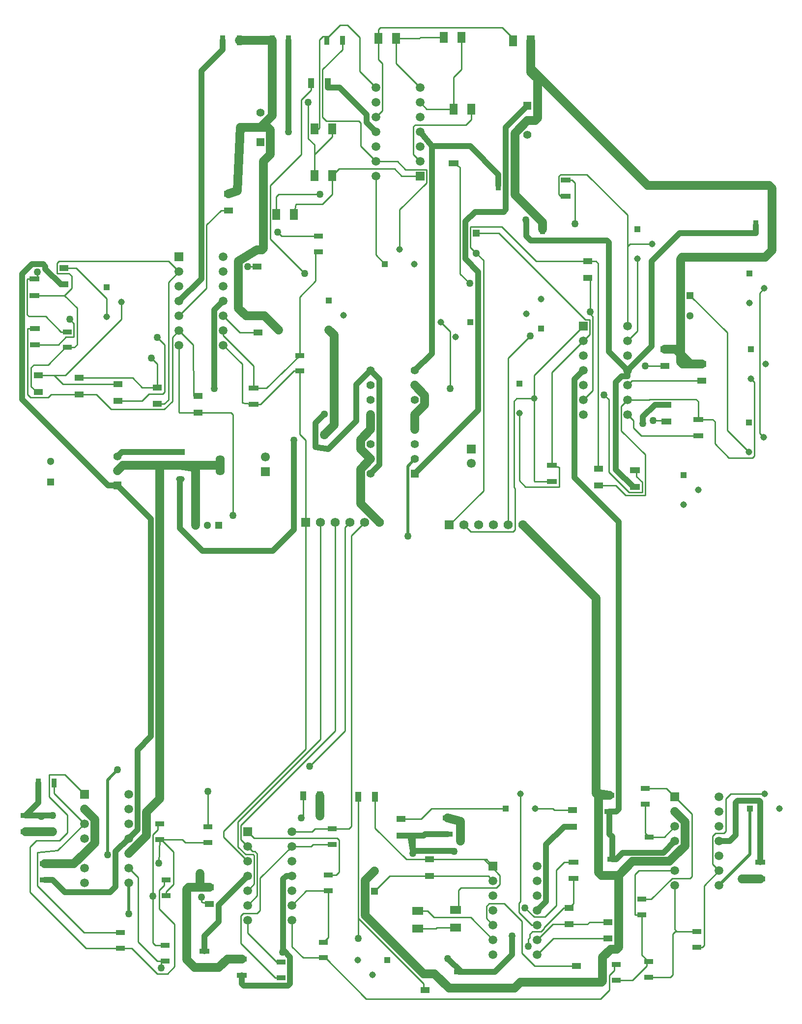
<source format=gtl>
G04*
G04 #@! TF.GenerationSoftware,Altium Limited,Altium Designer,24.1.2 (44)*
G04*
G04 Layer_Physical_Order=1*
G04 Layer_Color=255*
%FSLAX44Y44*%
%MOMM*%
G71*
G04*
G04 #@! TF.SameCoordinates,85EAEC8C-3496-431A-917F-130F63ABBC40*
G04*
G04*
G04 #@! TF.FilePolarity,Positive*
G04*
G01*
G75*
%ADD14C,0.2540*%
%ADD16R,1.6500X1.1000*%
%ADD17R,1.1000X1.6500*%
%ADD18R,1.6000X0.9000*%
%ADD19R,1.7000X0.9500*%
%ADD20R,1.5042X0.9985*%
G04:AMPARAMS|DCode=21|XSize=1.5042mm|YSize=0.9985mm|CornerRadius=0.4993mm|HoleSize=0mm|Usage=FLASHONLY|Rotation=0.000|XOffset=0mm|YOffset=0mm|HoleType=Round|Shape=RoundedRectangle|*
%AMROUNDEDRECTD21*
21,1,1.5042,0.0000,0,0,0.0*
21,1,0.5057,0.9985,0,0,0.0*
1,1,0.9985,0.2528,0.0000*
1,1,0.9985,-0.2528,0.0000*
1,1,0.9985,-0.2528,0.0000*
1,1,0.9985,0.2528,0.0000*
%
%ADD21ROUNDEDRECTD21*%
G04:AMPARAMS|DCode=22|XSize=1.5042mm|YSize=3.3082mm|CornerRadius=0.4964mm|HoleSize=0mm|Usage=FLASHONLY|Rotation=0.000|XOffset=0mm|YOffset=0mm|HoleType=Round|Shape=RoundedRectangle|*
%AMROUNDEDRECTD22*
21,1,1.5042,2.3155,0,0,0.0*
21,1,0.5114,3.3082,0,0,0.0*
1,1,0.9927,0.2557,-1.1577*
1,1,0.9927,-0.2557,-1.1577*
1,1,0.9927,-0.2557,1.1577*
1,1,0.9927,0.2557,1.1577*
%
%ADD22ROUNDEDRECTD22*%
%ADD23R,1.5500X0.9000*%
%ADD24R,0.9000X1.6000*%
%ADD25R,0.9500X1.7000*%
%ADD26R,1.3561X1.8582*%
%ADD27R,1.1000X1.7000*%
%ADD28R,1.7000X1.1000*%
%ADD29R,1.8582X1.3561*%
%ADD39C,1.5700*%
%ADD40R,1.5700X1.5700*%
%ADD41C,1.3000*%
%ADD42R,1.3000X1.3000*%
%ADD43R,1.3000X1.3000*%
%ADD46R,1.4000X1.4000*%
%ADD47C,1.4000*%
%ADD51R,1.5500X1.5500*%
%ADD52C,1.5500*%
%ADD55C,0.5000*%
%ADD56C,1.5000*%
%ADD57C,1.0000*%
%ADD58C,1.1400*%
%ADD59R,1.1400X1.1400*%
%ADD60R,1.5000X1.5000*%
%ADD61C,1.5000*%
%ADD62R,1.1400X1.1400*%
%ADD63R,1.4000X1.4000*%
%ADD64C,1.2700*%
D14*
X866281Y884585D02*
X904532Y922835D01*
X866281Y597503D02*
Y884585D01*
X901238Y-128035D02*
Y-114739D01*
X903105Y-112873D01*
X1115962Y777576D02*
X1137033D01*
X1138972Y775636D01*
X101989Y992860D02*
X101997D01*
X49926D02*
X101989D01*
X54999Y1020860D02*
Y1032745D01*
X1021469Y694251D02*
Y1047286D01*
X1007245Y964165D02*
Y1022977D01*
Y961177D02*
Y964165D01*
X1193427Y779336D02*
Y810495D01*
X824388Y21929D02*
X851797Y-5480D01*
X780931Y-65309D02*
Y-30880D01*
X824388Y21929D02*
X828808D01*
X720225Y-203422D02*
Y-192297D01*
X553508Y1434989D02*
Y1438535D01*
X547017D02*
X553508D01*
X532685Y1279379D02*
X539504D01*
X532286Y1235183D02*
Y1252201D01*
X534297Y1017505D02*
Y1067531D01*
X506865Y889565D02*
Y990073D01*
X427617Y833076D02*
Y871201D01*
X1048647Y-168901D02*
Y-158853D01*
X348877Y78094D02*
Y139427D01*
X273693Y-22371D02*
Y-13314D01*
X1104527Y-161469D02*
Y-153952D01*
X268528Y56066D02*
X304681D01*
X266026D02*
X268528D01*
X262517Y72879D02*
Y83065D01*
X254135Y-40913D02*
Y64497D01*
Y-121579D02*
Y-40913D01*
X1156978Y-102509D02*
X1191577D01*
X1153803D02*
X1156978D01*
X268105Y-164611D02*
Y-152896D01*
X275408D01*
X261755D02*
X268105D01*
X941713Y700247D02*
Y860589D01*
X1087509Y681171D02*
Y691965D01*
X1071883Y1077195D02*
Y1130921D01*
X517337Y211529D02*
Y601959D01*
X375928Y70119D02*
X517337Y211529D01*
X375928Y60399D02*
Y70119D01*
Y60399D02*
X417271Y19057D01*
X375255Y906824D02*
X407678Y874401D01*
Y808251D02*
Y874401D01*
Y808251D02*
X427863Y805076D01*
X439428D01*
X496917Y862565D01*
X507099D01*
X84144Y855010D02*
X103323D01*
X200135Y951821D01*
Y981551D01*
X56675Y855010D02*
X84144D01*
X99421Y839734D01*
X194183D01*
X323877Y819869D02*
X332202D01*
X323599Y907680D02*
X323877Y819869D01*
X299055Y932224D02*
X323599Y907680D01*
X194183Y811233D02*
X235085D01*
X247047Y823195D01*
X270772D01*
X273947Y826370D01*
Y908131D01*
X261755Y920323D02*
X273947Y908131D01*
X417711Y1042143D02*
X417886Y1042318D01*
X433157D01*
X469019Y1101579D02*
X476068Y1094531D01*
X539540D01*
X49926Y1020860D02*
X54999D01*
X37727D02*
X49926D01*
X37473Y1020606D02*
X37727Y1020860D01*
X37473Y959720D02*
Y1020606D01*
Y959720D02*
X40648Y956545D01*
X69350D01*
X96052Y929843D01*
X106448D01*
X914599Y1051477D02*
X1002932D01*
X855353Y1110723D02*
X914599Y1051477D01*
X801401Y1110723D02*
X855353D01*
X801147Y1110469D02*
X801401Y1110723D01*
X801147Y1075506D02*
Y1110469D01*
Y1075506D02*
X811457Y1065196D01*
X638298Y1062343D02*
Y1198132D01*
Y1062343D02*
X653944Y1046697D01*
X1079678Y846153D02*
X1199595D01*
X1071883Y838359D02*
X1079678Y846153D01*
X662326Y-6571D02*
X730918D01*
X635989Y-32908D02*
X662326Y-6571D01*
X730918D02*
X831908D01*
X840245Y-14908D01*
X775458Y-65309D02*
X780931D01*
Y-30880D02*
X784868Y-26943D01*
X846209D01*
X851797Y-21355D01*
Y-5480D01*
X730918Y21929D02*
X824388D01*
X828808D02*
X840245Y10492D01*
X607771Y-79842D02*
Y129776D01*
Y-113997D02*
Y-79842D01*
X607703Y-114065D02*
X607771Y-113997D01*
X720225Y-203422D02*
X722871D01*
X607771Y-79842D02*
X720225Y-192297D01*
X903105Y-112873D02*
Y-107080D01*
X907550Y-102635D01*
X922663D01*
X927743Y-97555D01*
Y-95523D01*
X961911Y-61355D01*
X971271D01*
X978945Y-53681D02*
Y-11118D01*
X971271Y-61355D02*
X978945Y-53681D01*
X734192Y109471D02*
X861870D01*
X716161Y91440D02*
X734192Y109471D01*
X681716Y91440D02*
X716161D01*
X337828Y-51535D02*
Y-42691D01*
Y-51535D02*
X351316Y-54710D01*
X470579Y1166857D02*
X542171D01*
X466642Y1162920D02*
X470579Y1166857D01*
X466642Y1132123D02*
Y1162920D01*
X682600Y1198132D02*
X714498D01*
X670187Y1210545D02*
X682600Y1198132D01*
X574679Y1210545D02*
X670187D01*
X562808Y1198674D02*
X574679Y1210545D01*
X562808Y1167082D02*
Y1198674D01*
X545947Y1150220D02*
X562808Y1167082D01*
X500338Y1150220D02*
X545947D01*
X497163Y1132123D02*
X500338Y1150220D01*
X725902Y1313728D02*
X772074D01*
X714498Y1325132D02*
X725902Y1313728D01*
X375255Y923563D02*
Y932224D01*
Y923563D02*
X427617Y871201D01*
Y833076D02*
X427863D01*
X506865Y889565D02*
X507099D01*
X449715Y833076D02*
X506865Y889565D01*
X427863Y833076D02*
X449715D01*
X611767Y1250063D02*
X638298Y1223532D01*
X611767Y1250063D02*
Y1289920D01*
X608592Y1293095D02*
X611767Y1289920D01*
X553220Y1293095D02*
X608592D01*
X546357Y1299958D02*
X553220Y1293095D01*
X546357Y1299958D02*
Y1381610D01*
X580508Y1415760D01*
Y1432185D01*
X555966Y-112097D02*
Y-32119D01*
X547522Y-120541D02*
X555966Y-112097D01*
X518495Y-32119D02*
X555966D01*
X493471Y-57143D02*
X518495Y-32119D01*
X1048647Y-158853D02*
X1052048D01*
X1040237Y-177311D02*
X1048647Y-168901D01*
X1040237Y-203120D02*
Y-177311D01*
X1025152Y-218205D02*
X1040237Y-203120D01*
X621725Y-218205D02*
X1025152D01*
X551061Y-147541D02*
X621725Y-218205D01*
X547522Y-147541D02*
X551061D01*
X1102465Y67200D02*
Y117310D01*
Y67200D02*
X1109071Y60594D01*
X1135488D01*
X1153477Y78583D01*
X1102465Y144309D02*
X1138551D01*
X1153477Y129383D01*
X135062Y-103721D02*
X197793D01*
X54999Y-23658D02*
X135062Y-103721D01*
X54999Y-23658D02*
Y33636D01*
X89598Y37065D01*
X136031Y83498D01*
X102453Y167875D02*
X136031Y134298D01*
X75319Y167875D02*
X102453D01*
X75065Y130029D02*
X75319Y167875D01*
X75065Y130029D02*
X106561Y98533D01*
Y67545D02*
Y98533D01*
X93099Y54083D02*
X106561Y67545D01*
X52967Y54083D02*
X93099D01*
X42045Y43161D02*
X52967Y54083D01*
X42045Y-34310D02*
Y43161D01*
Y-34310D02*
X138456Y-130721D01*
X197793D01*
X273693Y-13314D02*
X277113D01*
X265057Y-31007D02*
X273693Y-22371D01*
X265057Y-63519D02*
Y-31007D01*
Y-63519D02*
X291473Y-89935D01*
Y-162706D02*
Y-89935D01*
X279408Y-174771D02*
X291473Y-162706D01*
X261628Y-174771D02*
X279408D01*
X217578Y-130721D02*
X261628Y-174771D01*
X197793Y-130721D02*
X217578D01*
X1096693Y-142520D02*
Y-73274D01*
Y-142520D02*
X1108125Y-153952D01*
X264295Y15475D02*
X266026Y56066D01*
X258453Y-125897D02*
X275408D01*
X254135Y-121579D02*
X258453Y-125897D01*
X1218319Y13742D02*
X1229677Y2383D01*
X1218319Y13742D02*
Y61703D01*
X1223653Y67037D01*
X1237496D01*
X1241179Y70720D01*
Y125965D01*
X1249812Y134599D01*
X1308432D01*
X1299345Y755423D02*
X1306149Y748619D01*
X1299345Y755423D02*
Y997086D01*
X1307419Y1005159D01*
X1089039Y931715D02*
Y1056194D01*
X1071883Y914559D02*
X1089039Y931715D01*
X811457Y1100196D02*
X850386D01*
X999314Y951269D01*
X1006737D01*
X1006993Y951013D01*
Y925869D02*
Y951013D01*
X995683Y914559D02*
X1006993Y925869D01*
X885469Y673699D02*
Y790061D01*
Y673699D02*
X895993Y663175D01*
X953905D01*
X954159Y696691D01*
X941622Y700247D02*
X954159Y696691D01*
X941622Y700247D02*
X941713D01*
Y860589D02*
X995683Y914559D01*
X910869Y815461D02*
Y855145D01*
X995683Y939959D01*
X1243465Y760503D02*
X1280749Y723219D01*
X1243465Y760503D02*
Y928775D01*
X1179678Y992561D02*
X1243465Y928775D01*
X456051Y1089656D02*
X515293Y1030413D01*
X456051Y1089656D02*
Y1182337D01*
X509405Y1235691D01*
Y1329172D01*
X526668Y1346435D01*
Y1357876D01*
X783526Y1029896D02*
X799981Y1013441D01*
X783526Y1029896D02*
Y1213141D01*
X772074Y1220436D02*
X783526Y1213141D01*
X887270Y-50398D02*
Y134871D01*
X884838Y-52829D02*
X887270Y-50398D01*
X884838Y-68980D02*
Y-52829D01*
Y-68980D02*
X906967Y-91108D01*
X916445D01*
X126695Y850701D02*
X219263D01*
X235572Y834393D01*
X261648D01*
Y874737D01*
X251595Y884790D02*
X261648Y874737D01*
X405961Y55767D02*
X417271Y44457D01*
X405961Y55767D02*
Y81007D01*
X568137Y243184D01*
Y601959D01*
X585097Y593519D02*
X593537Y601959D01*
X585097Y242805D02*
Y593519D01*
X524137Y181845D02*
X585097Y242805D01*
X811457Y1065196D02*
X823603Y1053050D01*
Y656425D02*
Y1053050D01*
X764681Y597503D02*
X823603Y656425D01*
X281084Y1051795D02*
X299055Y1033824D01*
X91856Y1051795D02*
X281084D01*
X88681Y1048620D02*
X91856Y1051795D01*
X88681Y1031221D02*
Y1048620D01*
Y1031221D02*
X88935Y1030967D01*
X109355D01*
X113927Y1026395D01*
Y1004798D02*
Y1026395D01*
X101989Y992860D02*
X113927Y1004798D01*
X542737Y228743D02*
Y601959D01*
X400881Y86886D02*
X542737Y228743D01*
X400881Y43228D02*
Y86886D01*
Y43228D02*
X413741Y30367D01*
X426601D01*
X428581Y28387D01*
Y-20433D02*
Y28387D01*
X417271Y-31743D02*
X428581Y-20433D01*
X880753Y815461D02*
X910869D01*
X875927Y810635D02*
X880753Y815461D01*
X875927Y662413D02*
Y810635D01*
Y662413D02*
X877959Y660381D01*
Y589261D02*
Y660381D01*
X874403Y585705D02*
X877959Y589261D01*
X801879Y585705D02*
X874403D01*
X790081Y597503D02*
X801879Y585705D01*
X50770Y907996D02*
X91031D01*
X104529Y921493D01*
X117754D01*
X118008Y921747D01*
Y944590D01*
X111133Y951465D02*
X118008Y944590D01*
X1002932Y1022977D02*
X1007245D01*
Y961177D02*
X1012073Y956349D01*
Y829349D02*
Y956349D01*
X995683Y812959D02*
X1012073Y829349D01*
X1060573Y801648D02*
X1071883Y812959D01*
X1060573Y759961D02*
Y801648D01*
Y759961D02*
X1101948Y718586D01*
Y648951D02*
Y718586D01*
X1101571Y648574D02*
X1101948Y648951D01*
X1068364Y648574D02*
X1101571D01*
X1051187Y665751D02*
X1068364Y648574D01*
X1021666Y665751D02*
X1051187D01*
X1084557Y691965D02*
X1087509D01*
Y681171D02*
X1096868Y671811D01*
Y654031D02*
Y671811D01*
X1096491Y653654D02*
X1096868Y654031D01*
X1074170Y653654D02*
X1096491D01*
X1039503Y688321D02*
X1074170Y653654D01*
X1039503Y688321D02*
Y813797D01*
X1031629Y821671D02*
X1039503Y813797D01*
X766199Y832085D02*
Y930784D01*
X750508Y946475D02*
X766199Y930784D01*
X1193427Y779336D02*
X1194084D01*
X1189871Y814051D02*
X1193427Y810495D01*
X1110134Y814051D02*
X1189871D01*
X1109042Y812959D02*
X1110134Y814051D01*
X1071883Y812959D02*
X1109042D01*
X1095389Y751336D02*
X1194084D01*
X1082302Y764423D02*
X1095389Y751336D01*
X1082302Y764423D02*
Y777140D01*
X1071883Y787559D02*
X1082302Y777140D01*
X83607Y135922D02*
Y153755D01*
Y135922D02*
X136031Y83498D01*
X1091435Y2383D02*
X1153477D01*
X1084715Y-4337D02*
X1091435Y2383D01*
X1084715Y-73020D02*
Y-4337D01*
Y-73020D02*
X1084969Y-73274D01*
X1096693D01*
Y-46274D02*
X1112909D01*
X1148750Y-10433D01*
X1179203D01*
X1182505Y-7131D01*
Y100356D01*
X1153477Y129383D02*
X1182505Y100356D01*
X911731Y-161204D02*
X983517D01*
X889895Y-139368D02*
X911731Y-161204D01*
X889895Y-139368D02*
Y-84599D01*
X859671Y-54375D02*
X889895Y-84599D01*
X833128Y-54375D02*
X859671D01*
X828683Y-58820D02*
X833128Y-54375D01*
X828683Y-79546D02*
Y-58820D01*
Y-79546D02*
X840245Y-91108D01*
X962425Y16883D02*
X978945D01*
X949079Y3537D02*
X962425Y16883D01*
X949079Y-57677D02*
Y3537D01*
X929521Y-77235D02*
X949079Y-57677D01*
X910930Y-77235D02*
X929521D01*
X895231Y-61536D02*
X910930Y-77235D01*
X642425Y1435157D02*
Y1450246D01*
X645803Y1453623D01*
X855781D01*
X874323Y1435081D01*
Y1430698D02*
Y1435081D01*
X562825Y74903D02*
X591828D01*
X596019Y79094D01*
Y579041D01*
X618937Y601959D01*
X261648Y805892D02*
X273693D01*
X280805Y813004D01*
Y1015573D01*
X299055Y1033824D01*
X348758Y78094D02*
X348877D01*
X417271Y-57143D02*
X433661Y-40753D01*
Y31689D01*
X429903Y35447D02*
X433661Y31689D01*
X426281Y35447D02*
X429903D01*
X417271Y44457D02*
X426281Y35447D01*
X438741Y-10273D02*
X493471Y44457D01*
X438741Y-65603D02*
Y-10273D01*
X433205Y-71139D02*
X438741Y-65603D01*
X409964Y-71139D02*
X433205D01*
X405773Y-75330D02*
X409964Y-71139D01*
X405773Y-122574D02*
Y-75330D01*
Y-122574D02*
X465094Y-181895D01*
X474987D01*
X1001784Y1201020D02*
X1071883Y1130921D01*
X956318Y1201020D02*
X1001784D01*
X953143Y1197845D02*
X956318Y1201020D01*
X953143Y1167049D02*
Y1197845D01*
Y1167049D02*
X956953Y1163239D01*
X965543D01*
X943098Y-89855D02*
X971271D01*
X916445Y-116508D02*
X943098Y-89855D01*
X1002932Y1051477D02*
X1017278D01*
X1021469Y1047286D01*
Y694251D02*
X1021666D01*
X38489Y935996D02*
X50770D01*
X38235Y935742D02*
X38489Y935996D01*
X38235Y822533D02*
Y935742D01*
Y822533D02*
X43569Y817199D01*
X73795D01*
X78797Y822201D01*
X126695D01*
X332202Y791369D02*
X388628D01*
X392311Y787686D01*
Y613645D02*
Y787686D01*
X1102749Y871470D02*
X1136255D01*
X981083Y1116311D02*
Y1186159D01*
X976003Y1191239D02*
X981083Y1186159D01*
X965543Y1191239D02*
X976003D01*
X262517Y83065D02*
X266026D01*
X254135Y64497D02*
X262517Y72879D01*
X212231Y7298D02*
X228735Y-9206D01*
Y-119876D02*
Y-9206D01*
Y-119876D02*
X261755Y-152896D01*
X277113Y-40313D02*
Y-33428D01*
X289949Y-20593D01*
Y34645D01*
X268528Y56066D02*
X289949Y34645D01*
X417271Y69857D02*
X428726Y58401D01*
X571127D01*
X574683Y54845D01*
Y-39D02*
Y54845D01*
X569603Y-5120D02*
X574683Y-39D01*
X555966Y-5120D02*
X569603D01*
X710296Y-66452D02*
X727083D01*
X738374Y-77743D01*
X801480D01*
X840245Y-116508D01*
X534297Y1067531D02*
X539540D01*
X506865Y990073D02*
X534297Y1017505D01*
X702953Y1235077D02*
X714498Y1223532D01*
X702953Y1235077D02*
Y1283316D01*
X706128Y1286491D01*
X793451D01*
X802595Y1295635D01*
Y1313728D01*
X943865Y-114488D02*
X1038283D01*
X916445Y-141908D02*
X943865Y-114488D01*
X371483Y1139332D02*
X383955D01*
X346405Y1114254D02*
X371483Y1139332D01*
X346405Y1004974D02*
Y1114254D01*
X299055Y957624D02*
X346405Y1004974D01*
X126695Y822201D02*
X156324D01*
X181999Y796525D01*
X273693D01*
X287663Y810495D01*
Y920831D01*
X299055Y932224D01*
X53971Y826509D02*
X56675D01*
X44331Y836149D02*
X53971Y826509D01*
X44331Y836149D02*
Y868915D01*
X48903Y873487D01*
X73403D01*
X103259Y903344D01*
X106448D01*
X513290Y96576D02*
Y131226D01*
X509913Y93199D02*
X513290Y96576D01*
X299347Y791369D02*
X332202D01*
X299055Y791660D02*
X299347Y791369D01*
X299055Y791660D02*
Y906824D01*
X417271Y-104925D02*
Y-82543D01*
Y-104925D02*
X467241Y-154895D01*
X474987D01*
X532685Y1279379D02*
Y1279580D01*
X539504Y1279379D02*
X541277Y1281153D01*
Y1432795D01*
X547017Y1438535D01*
X521851Y1262637D02*
Y1325353D01*
Y1262637D02*
X532286Y1252201D01*
X106448Y903344D02*
X118753D01*
X123325Y907915D01*
Y971531D01*
X101997Y992860D02*
X123325Y971531D01*
X512834Y-147541D02*
X547522D01*
X493471Y-128177D02*
X512834Y-147541D01*
X493471Y-128177D02*
Y-82543D01*
X507099Y754027D02*
Y862565D01*
Y754027D02*
X517337Y743789D01*
Y601959D02*
Y743789D01*
X553508Y1432185D02*
Y1434989D01*
X576715Y1458195D01*
X588907D01*
X610497Y1436605D01*
Y1378333D02*
Y1436605D01*
Y1378333D02*
X638298Y1350532D01*
X1104527Y-153952D02*
X1108125D01*
X1080143Y-185853D02*
X1104527Y-161469D01*
X1052048Y-185853D02*
X1080143D01*
X1108125Y-180952D02*
X1145717D01*
X1149739Y-176930D01*
Y-106573D01*
X1153803Y-102509D01*
X100742Y1040288D02*
X122133D01*
X174735Y987686D01*
Y956151D02*
Y987686D01*
X636771Y75919D02*
Y129776D01*
Y75919D02*
X690761Y21929D01*
X730918D01*
X1284559Y848949D02*
X1290455Y843053D01*
Y716769D02*
Y843053D01*
X1287153Y713467D02*
X1290455Y716769D01*
X1246259Y713467D02*
X1287153D01*
X1222383Y737343D02*
X1246259Y713467D01*
X1222383Y737343D02*
Y775570D01*
X1218617Y779336D02*
X1222383Y775570D01*
X1194084Y779336D02*
X1218617D01*
X672947Y1392083D02*
Y1435157D01*
Y1392083D02*
X714498Y1350532D01*
X1153477Y-99008D02*
Y-23017D01*
Y-99008D02*
X1156978Y-102509D01*
X404012Y928867D02*
X435452D01*
X375255Y957624D02*
X404012Y928867D01*
X563206Y1266103D02*
Y1279580D01*
X532286Y1235183D02*
X563206Y1266103D01*
X532286Y1198674D02*
Y1235183D01*
X1076281Y1081594D02*
X1114439D01*
X1071883Y1077195D02*
X1076281Y1081594D01*
X1071883Y939959D02*
Y1077195D01*
X1203587Y-23707D02*
X1229677Y2383D01*
X1203587Y-126130D02*
Y-23707D01*
X1200208Y-129508D02*
X1203587Y-126130D01*
X1191577Y-129508D02*
X1200208D01*
X638298Y1223532D02*
X675489D01*
X689491Y1209529D01*
X725554D01*
X725808Y1209275D01*
Y1186669D02*
Y1209275D01*
X679344Y1140205D02*
X725808Y1186669D01*
X679344Y1072097D02*
Y1140205D01*
X910869Y673372D02*
Y815461D01*
Y673372D02*
X911995Y672247D01*
X941622D01*
X533073Y74903D02*
X562825D01*
X528026Y69857D02*
X533073Y74903D01*
X493471Y69857D02*
X528026D01*
X642425Y1399089D02*
Y1435157D01*
Y1399089D02*
X649613Y1391901D01*
Y1311046D02*
Y1391901D01*
X638298Y1299732D02*
X649613Y1311046D01*
X1006541Y-85988D02*
X1038283D01*
X1002673Y-89855D02*
X1006541Y-85988D01*
X971271Y-89855D02*
X1002673D01*
X945795Y106913D02*
X976658D01*
X943237Y109471D02*
X945795Y106913D01*
X912670Y109471D02*
X943237D01*
X785923Y1381874D02*
Y1436644D01*
X772074Y1368025D02*
X785923Y1381874D01*
X772074Y1313728D02*
Y1368025D01*
X714853Y1436644D02*
X755401D01*
X713367Y1435157D02*
X714853Y1436644D01*
X672947Y1435157D02*
X713367D01*
X743212Y-95830D02*
X775458D01*
X742069Y-96973D02*
X743212Y-95830D01*
X710296Y-96973D02*
X742069D01*
X529870Y47903D02*
X562825D01*
X526423Y44457D02*
X529870Y47903D01*
X493471Y44457D02*
X526423D01*
X309652Y51095D02*
X348758D01*
X304681Y56066D02*
X309652Y51095D01*
D16*
X730918Y-6571D02*
D03*
Y21929D02*
D03*
X433157Y1042318D02*
D03*
Y1070818D02*
D03*
X261648Y805892D02*
D03*
Y834393D02*
D03*
X194183Y811233D02*
D03*
Y839734D02*
D03*
X332202Y791369D02*
D03*
Y819869D02*
D03*
X435452Y928867D02*
D03*
Y957368D02*
D03*
X126695Y822201D02*
D03*
Y850701D02*
D03*
X56675Y826509D02*
D03*
Y855010D02*
D03*
X383955Y1139332D02*
D03*
Y1167832D02*
D03*
X100742Y1011787D02*
D03*
Y1040288D02*
D03*
X1199595Y846153D02*
D03*
Y874654D02*
D03*
X1136255Y871470D02*
D03*
Y899970D02*
D03*
X1021666Y665751D02*
D03*
Y694251D02*
D03*
X1002932Y1022977D02*
D03*
Y1051477D02*
D03*
X976658Y106913D02*
D03*
Y78412D02*
D03*
X681716Y62940D02*
D03*
Y91440D02*
D03*
X722871Y-203422D02*
D03*
Y-174922D02*
D03*
X983517Y-161204D02*
D03*
Y-189704D02*
D03*
X1038283Y-114488D02*
D03*
Y-85988D02*
D03*
X971271Y-89855D02*
D03*
Y-61355D02*
D03*
X351316Y-54710D02*
D03*
Y-26209D02*
D03*
D17*
X541790Y131226D02*
D03*
X513290D02*
D03*
D18*
X539540Y1067531D02*
D03*
Y1094531D02*
D03*
X507099Y862565D02*
D03*
Y889565D02*
D03*
X348758Y51095D02*
D03*
Y78094D02*
D03*
X275408Y-152896D02*
D03*
Y-125897D02*
D03*
X197793Y-130721D02*
D03*
Y-103721D02*
D03*
X266026Y83065D02*
D03*
Y56066D02*
D03*
X277113Y-40313D02*
D03*
Y-13314D02*
D03*
X1102465Y144309D02*
D03*
Y117310D02*
D03*
X1109071Y60594D02*
D03*
Y33594D02*
D03*
X1191577Y-129508D02*
D03*
Y-102509D02*
D03*
X562825Y74903D02*
D03*
Y47903D02*
D03*
X474987Y-181895D02*
D03*
Y-154895D02*
D03*
X547522Y-147541D02*
D03*
Y-120541D02*
D03*
X555966Y-32119D02*
D03*
Y-5120D02*
D03*
X1108125Y-180952D02*
D03*
Y-153952D02*
D03*
X1052048Y-185853D02*
D03*
Y-158853D02*
D03*
X1096693Y-73274D02*
D03*
Y-46274D02*
D03*
D19*
X427863Y833076D02*
D03*
Y805076D02*
D03*
X49926Y992860D02*
D03*
Y1020860D02*
D03*
X50770Y935996D02*
D03*
Y907996D02*
D03*
X67554Y-13374D02*
D03*
Y14626D02*
D03*
X34417Y97778D02*
D03*
Y69778D02*
D03*
X941622Y700247D02*
D03*
Y672247D02*
D03*
X965543Y1191239D02*
D03*
Y1163239D02*
D03*
X1194084Y779336D02*
D03*
Y751336D02*
D03*
X978945Y16883D02*
D03*
Y-11118D02*
D03*
X761740Y65476D02*
D03*
Y93476D02*
D03*
X1045249Y22599D02*
D03*
Y-5401D02*
D03*
X1040677Y104344D02*
D03*
Y132344D02*
D03*
X781173Y-171743D02*
D03*
Y-199743D02*
D03*
X1300670Y16734D02*
D03*
Y-11266D02*
D03*
X407608Y-177277D02*
D03*
Y-149277D02*
D03*
X342787Y-136484D02*
D03*
Y-164484D02*
D03*
D20*
X301076Y722969D02*
D03*
D21*
Y699969D02*
D03*
Y676969D02*
D03*
D22*
X370076Y699969D02*
D03*
D23*
X106448Y929843D02*
D03*
Y903344D02*
D03*
D24*
X83607Y153755D02*
D03*
X56607D02*
D03*
X580508Y1432185D02*
D03*
X553508D02*
D03*
D25*
X374626D02*
D03*
X402626D02*
D03*
X487358Y1432185D02*
D03*
X459357D02*
D03*
X1292477Y1113426D02*
D03*
X1320477D02*
D03*
X897160Y1106994D02*
D03*
X925160D02*
D03*
X849575Y1181771D02*
D03*
X877574D02*
D03*
D26*
X642425Y1435157D02*
D03*
X672947D02*
D03*
X755401Y1436644D02*
D03*
X785923D02*
D03*
X772074Y1313728D02*
D03*
X802595D02*
D03*
X874323Y1430698D02*
D03*
X904844D02*
D03*
X532685Y1279580D02*
D03*
X563206D02*
D03*
X466642Y1132123D02*
D03*
X497163D02*
D03*
X532286Y1198674D02*
D03*
X562808D02*
D03*
D27*
X555668Y1357876D02*
D03*
X526668D02*
D03*
X636771Y129776D02*
D03*
X607771D02*
D03*
D28*
X772074Y1220436D02*
D03*
Y1249436D02*
D03*
X1084557Y662964D02*
D03*
Y691965D02*
D03*
X1138972Y775636D02*
D03*
Y804637D02*
D03*
D29*
X710296Y-66452D02*
D03*
Y-96973D02*
D03*
X775458Y-95830D02*
D03*
Y-65309D02*
D03*
D39*
X644337Y601959D02*
D03*
X618937D02*
D03*
X593537D02*
D03*
X568137D02*
D03*
X542737D02*
D03*
X891681Y597503D02*
D03*
X866281D02*
D03*
X840881D02*
D03*
X815481D02*
D03*
X790081D02*
D03*
D40*
X517337Y601959D02*
D03*
X764681Y597503D02*
D03*
D41*
X327573Y597056D02*
D03*
X347573D02*
D03*
X549408Y788017D02*
D03*
X1179678Y957562D02*
D03*
X811457Y1065196D02*
D03*
X78113Y706969D02*
D03*
X635989Y2092D02*
D03*
D42*
X367573Y597056D02*
D03*
D43*
X549408Y753017D02*
D03*
X1179678Y992561D02*
D03*
X811457Y1100196D02*
D03*
X78113Y671969D02*
D03*
X635989Y-32908D02*
D03*
D46*
X193109Y665820D02*
D03*
X899414Y1318937D02*
D03*
X439158Y1257021D02*
D03*
D47*
X193109Y690821D02*
D03*
Y715821D02*
D03*
X899414Y1293937D02*
D03*
Y1268936D02*
D03*
X439158Y1282020D02*
D03*
Y1307021D02*
D03*
X705242Y711112D02*
D03*
Y736512D02*
D03*
Y761912D02*
D03*
Y787312D02*
D03*
Y812712D02*
D03*
Y838112D02*
D03*
Y863512D02*
D03*
X629042Y685712D02*
D03*
Y711112D02*
D03*
Y736512D02*
D03*
Y761912D02*
D03*
Y787312D02*
D03*
Y812712D02*
D03*
Y838112D02*
D03*
Y863512D02*
D03*
D51*
X448106Y689755D02*
D03*
X802793Y728478D02*
D03*
D52*
X448106Y714756D02*
D03*
X802793Y703477D02*
D03*
D55*
X175680Y158910D02*
X193192Y176484D01*
X1283032Y30338D02*
Y109199D01*
X1229677Y-23017D02*
X1283032Y30338D01*
X693047Y698917D02*
X705242Y711112D01*
X693047Y578085D02*
Y698917D01*
X175680Y158910D02*
X175903Y29699D01*
X212231Y-71647D02*
Y-18102D01*
D56*
X266073Y126473D02*
Y699969D01*
X242705Y103105D02*
X266073Y126473D01*
X301076Y699969D02*
X370076D01*
X904844Y1383304D02*
Y1430698D01*
Y1377208D02*
Y1383304D01*
X1166503Y874654D02*
X1180390D01*
X1162947Y892096D02*
Y1054970D01*
Y878210D02*
Y892096D01*
X1180390Y874654D01*
X1155073Y899970D02*
X1162947Y892096D01*
X315603Y-26209D02*
X340269D01*
X1320477Y1070007D02*
Y1113426D01*
X1308616Y1058145D02*
X1320477Y1070007D01*
X1166122Y1058145D02*
X1308616D01*
X1162947Y1054970D02*
X1166122Y1058145D01*
X1162947Y878210D02*
X1166503Y874654D01*
X402626Y1432185D02*
X459357D01*
X402626D02*
Y1432185D01*
X404503Y1282020D02*
X439158D01*
X399931Y1172445D02*
X404503Y1282020D01*
X383955Y1167832D02*
X399931Y1172445D01*
X435452Y957368D02*
X446597D01*
X470797Y933168D01*
X401321Y1051761D02*
X433157Y1070818D01*
X401321Y970710D02*
Y1051761D01*
Y970710D02*
X414663Y957368D01*
X435452D01*
X327573Y597056D02*
Y696195D01*
X301076Y699969D02*
X327573Y696195D01*
X202257Y699969D02*
X266073D01*
X242705Y63172D02*
Y103105D01*
X212231Y32698D02*
X242705Y63172D01*
X266073Y699969D02*
X301076D01*
X193109Y690821D02*
X202257Y699969D01*
X549408Y753017D02*
X566047Y769657D01*
Y924501D01*
X557379Y933168D02*
X566047Y924501D01*
X611767Y728387D02*
X629042Y711112D01*
X611767Y728387D02*
Y744637D01*
X629042Y761912D01*
X783725Y53201D02*
Y87380D01*
X761740Y93476D02*
X783725Y87380D01*
X1268865Y-11266D02*
X1300670D01*
X891681Y597503D02*
X1017278Y471906D01*
Y135519D02*
Y471906D01*
Y135519D02*
X1040677Y132344D01*
X34417Y69778D02*
X81481D01*
X541790Y96291D02*
Y131226D01*
X1045249Y-5401D02*
X1056521D01*
X1080446Y18523D01*
X1144218D01*
X1153477Y27783D01*
X439158Y1282020D02*
X452128D01*
X456319Y1277829D01*
Y1235437D02*
Y1277829D01*
X444741Y1223859D02*
X456319Y1235437D01*
X444741Y1074020D02*
Y1223859D01*
X441539Y1070818D02*
X444741Y1074020D01*
X433157Y1070818D02*
X441539D01*
X1056521Y-5401D02*
X1056775Y-5656D01*
Y-129305D02*
Y-5656D01*
X1053473Y-132607D02*
X1056775Y-129305D01*
X1042932Y-132607D02*
X1053473D01*
X1028927Y-146612D02*
X1042932Y-132607D01*
X1028927Y-187887D02*
Y-146612D01*
X1027109Y-189704D02*
X1028927Y-187887D01*
X983517Y-189704D02*
X1027109D01*
X619387Y-14510D02*
X635989Y2092D01*
X619387Y-74084D02*
Y-14510D01*
Y-74084D02*
X720225Y-174922D01*
X722871D01*
X340269Y-26209D02*
X351316D01*
X335415Y-21355D02*
X340269Y-26209D01*
X335415Y-21355D02*
Y-2305D01*
X312061Y-29751D02*
X315603Y-26209D01*
X312061Y-150528D02*
Y-29751D01*
Y-150528D02*
X326017Y-164484D01*
X342787D01*
X1026451Y132344D02*
X1040677D01*
X1021977Y127870D02*
X1026451Y132344D01*
X1021977Y-575D02*
Y127870D01*
Y-575D02*
X1026803Y-5401D01*
X1045249D01*
X1320477Y1113426D02*
Y1177094D01*
X1315728Y1181843D02*
X1320477Y1177094D01*
X1106305Y1181843D02*
X1315728D01*
X904844Y1383304D02*
X1106305Y1181843D01*
X136031Y32698D02*
X153805Y50472D01*
Y91124D01*
X136031Y108898D02*
X153805Y91124D01*
X925160Y1106994D02*
Y1118256D01*
X877574Y1165841D02*
X925160Y1118256D01*
X877574Y1165841D02*
Y1181771D01*
X117959Y14626D02*
X136031Y32698D01*
X67554Y14626D02*
X117959D01*
X877574Y1181771D02*
Y1272097D01*
X899414Y1293937D01*
X611767Y634530D02*
X644337Y601959D01*
X611767Y634530D02*
Y693837D01*
X629042Y711112D01*
X459357Y1302220D02*
Y1432185D01*
X439158Y1282020D02*
X459357Y1302220D01*
X904844Y1377208D02*
X916567Y1365485D01*
Y1298001D02*
Y1365485D01*
X912503Y1293937D02*
X916567Y1298001D01*
X899414Y1293937D02*
X912503D01*
X1153477Y103983D02*
X1171075Y86385D01*
Y45381D02*
Y86385D01*
X1153477Y27783D02*
X1171075Y45381D01*
X705242Y787312D02*
X722511Y804581D01*
Y820843D01*
X705242Y838112D02*
X722511Y820843D01*
X1180390Y874654D02*
X1199595D01*
X1136255Y899970D02*
X1155073D01*
X629042Y761912D02*
Y787312D01*
X705242Y761912D02*
Y787312D01*
X887236Y-189704D02*
X983517D01*
X877197Y-199743D02*
X887236Y-189704D01*
X781173Y-199743D02*
X877197D01*
X764350D02*
X781173D01*
X739529Y-174922D02*
X764350Y-199743D01*
X722871Y-174922D02*
X739529D01*
X382626Y-149277D02*
X407608D01*
X367419Y-164484D02*
X382626Y-149277D01*
X342787Y-164484D02*
X367419D01*
D57*
X762259Y-148487D02*
X785515Y-171743D01*
X702191Y36811D02*
X773336D01*
X702191D02*
Y58020D01*
Y32493D02*
Y36811D01*
X61603Y97778D02*
X80862D01*
X34417D02*
X61603D01*
X697271Y62940D02*
X720225D01*
X342781Y-136484D02*
Y-109493D01*
X555668Y1350498D02*
X575824D01*
X1300615Y16734D02*
Y121393D01*
X479821Y-135535D02*
X490528Y-146241D01*
X478417Y-134131D02*
X479821Y-135535D01*
X407551Y-191789D02*
Y-177277D01*
X300871Y592055D02*
Y676969D01*
X56607Y119968D02*
Y153755D01*
X34417Y97778D02*
X56607Y119968D01*
X61603Y95628D02*
Y97778D01*
X1109071Y33594D02*
X1133888D01*
X1153477Y53183D01*
X681716Y62940D02*
X697271D01*
X702191Y36811D01*
X697271Y62940D02*
X702191Y58020D01*
X1118878Y804637D02*
X1138972D01*
X1098181Y783939D02*
X1118878Y804637D01*
X1098181Y772128D02*
Y783939D01*
X734619Y1249436D02*
X772074D01*
X714498Y1274332D02*
X734619Y1249436D01*
Y892888D02*
Y1249436D01*
X705242Y863512D02*
X734619Y892888D01*
X200257Y722969D02*
X301076D01*
X193109Y715821D02*
X200257Y722969D01*
X360053Y967821D02*
X375255Y983024D01*
X360053Y832765D02*
Y967821D01*
X487358Y1274332D02*
Y1432185D01*
X1071883Y853929D02*
Y863759D01*
X1071629Y853675D02*
X1071883Y853929D01*
X1061728Y853675D02*
X1071629D01*
X1051695Y843642D02*
X1061728Y853675D01*
X1051695Y692936D02*
Y843642D01*
Y692936D02*
X1081667Y662964D01*
X1084557D01*
X1292477Y1100055D02*
Y1113426D01*
X1161423Y1099801D02*
X1292477Y1100055D01*
X1113417Y1051795D02*
X1161423Y1099801D01*
X1113417Y905293D02*
Y1051795D01*
X1071883Y863759D02*
X1113417Y905293D01*
X781173Y-171743D02*
X842887D01*
X872625Y-142005D01*
Y-109528D01*
X781173Y-171743D02*
X785515D01*
X477401Y-137955D02*
X479821Y-135535D01*
X478417Y-11804D02*
X483878Y-6343D01*
X705242Y685712D02*
X814713Y795183D01*
Y1033507D01*
X792337Y1055884D02*
X814713Y1033507D01*
X792337Y1055884D02*
Y1119970D01*
X808998Y1136631D01*
X858528D01*
X862211Y1140314D01*
Y1281733D01*
X899414Y1318937D01*
X534297Y772906D02*
X549408Y788017D01*
X534297Y732009D02*
Y772906D01*
Y732009D02*
X556141Y728453D01*
X604401Y776713D01*
Y838871D01*
X629042Y863512D01*
X95515Y1011787D02*
X100742D01*
X68889Y1038413D02*
X95515Y1011787D01*
X68889Y1038413D02*
Y1042524D01*
X64778Y1046636D02*
X68889Y1042524D01*
X45648Y1046636D02*
X64778D01*
X28583Y1029570D02*
X45648Y1046636D01*
X28583Y814073D02*
Y1029570D01*
Y814073D02*
X176835Y665820D01*
X193109D01*
X67554Y-13374D02*
X81161D01*
X102350Y-34563D01*
X180729D01*
X189873Y-25419D01*
Y35740D01*
X212231Y58098D01*
X342781Y-136484D02*
X342787D01*
X342781Y-109493D02*
X367165Y-85109D01*
Y-56449D01*
X417271Y-6343D01*
X300871Y676969D02*
X301076D01*
X300871Y592055D02*
X339606Y553320D01*
X460684D01*
X496959Y589595D01*
Y743947D01*
X299055Y983024D02*
X337595Y1021563D01*
Y1379001D01*
X374626Y1416031D01*
Y1432185D01*
X897160Y1106994D02*
Y1121748D01*
X896247Y1122661D02*
X897160Y1121748D01*
X980575Y848651D02*
X995683Y863759D01*
X980575Y679177D02*
Y848651D01*
Y679177D02*
X1056775Y602977D01*
Y108820D02*
Y602977D01*
X1052299Y104344D02*
X1056775Y108820D01*
X1040677Y104344D02*
X1052299D01*
X483878Y-6343D02*
X493471D01*
X478417Y-134131D02*
Y-11804D01*
X490528Y-191616D02*
Y-146241D01*
X487053Y-195091D02*
X490528Y-191616D01*
X410853Y-195091D02*
X487053D01*
X407551Y-191789D02*
X410853Y-195091D01*
X407551Y-177277D02*
X407608D01*
X897160Y1094824D02*
Y1106994D01*
Y1094824D02*
X904883Y1087101D01*
X1036328D01*
X1039757Y1083672D01*
Y895884D02*
Y1083672D01*
Y895884D02*
X1071883Y863759D01*
X555668Y1350498D02*
Y1357876D01*
X575824Y1350498D02*
X622427Y1303894D01*
Y1290203D02*
Y1303894D01*
Y1290203D02*
X638298Y1274332D01*
X212231Y58098D02*
X227465Y73332D01*
Y210547D01*
X250833Y233915D01*
Y608096D01*
X193109Y665820D02*
X250833Y608096D01*
X772074Y1249436D02*
X800778D01*
X849575Y1200639D01*
Y1181771D02*
Y1200639D01*
X1300615Y16734D02*
X1300670D01*
X1298936Y123072D02*
X1300615Y121393D01*
X1261753Y123072D02*
X1298936D01*
X1258197Y119516D02*
X1261753Y123072D01*
X1258197Y63363D02*
Y119516D01*
X1248017Y53183D02*
X1258197Y63363D01*
X1229677Y53183D02*
X1248017D01*
X916445Y-65708D02*
X931553Y-50600D01*
Y47170D01*
X962795Y78412D01*
X976658D01*
X1063418Y33594D02*
X1109071D01*
X1052422Y22599D02*
X1063418Y33594D01*
X1045249Y22599D02*
X1052422D01*
X629042Y685712D02*
X644279Y700949D01*
Y848275D01*
X629042Y863512D02*
X644279Y848275D01*
X1040677Y65514D02*
Y104344D01*
Y65514D02*
X1045249Y60941D01*
Y22599D02*
Y60941D01*
X722761Y65476D02*
X761740D01*
X720225Y62940D02*
X722761Y65476D01*
D58*
X1280749Y723219D02*
D03*
X1306149Y748619D02*
D03*
X582780Y958568D02*
D03*
X557379Y933168D02*
D03*
X200135Y981551D02*
D03*
X174735Y956151D02*
D03*
X632434Y-176595D02*
D03*
X607034Y-151195D02*
D03*
X679344Y1072097D02*
D03*
X704744Y1046697D02*
D03*
X887270Y134871D02*
D03*
X912670Y109471D02*
D03*
X1114439Y1081594D02*
D03*
X1089039Y1056194D02*
D03*
X1307419Y1005159D02*
D03*
X1282019Y979759D02*
D03*
X897267Y961178D02*
D03*
X922667Y986578D02*
D03*
X910869Y815461D02*
D03*
X885469Y790061D02*
D03*
X1308432Y134599D02*
D03*
X1333832Y109199D02*
D03*
X775908Y921075D02*
D03*
X750508Y946475D02*
D03*
X1309959Y874349D02*
D03*
X1284559Y848949D02*
D03*
X1194084Y657869D02*
D03*
X1168684Y632469D02*
D03*
D59*
X1280749Y774019D02*
D03*
X557379Y983968D02*
D03*
X174735Y1006951D02*
D03*
X1089039Y1106994D02*
D03*
X1282019Y1030559D02*
D03*
X922667Y935778D02*
D03*
X885469Y840861D02*
D03*
X1284559Y899749D02*
D03*
X1168684Y683269D02*
D03*
D60*
X299055Y1059224D02*
D03*
X136031Y134298D02*
D03*
X714498Y1198132D02*
D03*
X840245Y10492D02*
D03*
X995683Y939959D02*
D03*
X417271Y69857D02*
D03*
X1153477Y129383D02*
D03*
D61*
X299055Y1033824D02*
D03*
Y1008424D02*
D03*
Y983024D02*
D03*
Y957624D02*
D03*
Y932224D02*
D03*
Y906824D02*
D03*
X375255Y1059224D02*
D03*
Y1033824D02*
D03*
Y1008424D02*
D03*
Y983024D02*
D03*
Y957624D02*
D03*
Y932224D02*
D03*
Y906824D02*
D03*
X136031Y108898D02*
D03*
Y83498D02*
D03*
Y58098D02*
D03*
Y32698D02*
D03*
Y7298D02*
D03*
Y-18102D02*
D03*
X212231Y134298D02*
D03*
Y108898D02*
D03*
Y83498D02*
D03*
Y58098D02*
D03*
Y32698D02*
D03*
Y7298D02*
D03*
Y-18102D02*
D03*
X714498Y1223532D02*
D03*
Y1248932D02*
D03*
Y1274332D02*
D03*
Y1299732D02*
D03*
Y1325132D02*
D03*
Y1350532D02*
D03*
X638298Y1198132D02*
D03*
Y1223532D02*
D03*
Y1248932D02*
D03*
Y1274332D02*
D03*
Y1299732D02*
D03*
Y1325132D02*
D03*
Y1350532D02*
D03*
X840245Y-14908D02*
D03*
Y-40308D02*
D03*
Y-65708D02*
D03*
Y-91108D02*
D03*
Y-116508D02*
D03*
Y-141908D02*
D03*
X916445Y10492D02*
D03*
Y-14908D02*
D03*
Y-40308D02*
D03*
Y-65708D02*
D03*
Y-91108D02*
D03*
Y-116508D02*
D03*
Y-141908D02*
D03*
X995683Y914559D02*
D03*
Y889159D02*
D03*
Y863759D02*
D03*
Y838359D02*
D03*
Y812959D02*
D03*
Y787559D02*
D03*
X1071883Y939959D02*
D03*
Y914559D02*
D03*
Y889159D02*
D03*
Y863759D02*
D03*
Y838359D02*
D03*
Y812959D02*
D03*
Y787559D02*
D03*
X417271Y44457D02*
D03*
Y19057D02*
D03*
Y-6343D02*
D03*
Y-31743D02*
D03*
Y-57143D02*
D03*
Y-82543D02*
D03*
X493471Y69857D02*
D03*
Y44457D02*
D03*
Y19057D02*
D03*
Y-6343D02*
D03*
Y-31743D02*
D03*
Y-57143D02*
D03*
Y-82543D02*
D03*
X1153477Y103983D02*
D03*
Y78583D02*
D03*
Y53183D02*
D03*
Y27783D02*
D03*
Y2383D02*
D03*
Y-23017D02*
D03*
X1229677Y129383D02*
D03*
Y103983D02*
D03*
Y78583D02*
D03*
Y53183D02*
D03*
Y27783D02*
D03*
Y2383D02*
D03*
Y-23017D02*
D03*
D62*
X657833Y-151195D02*
D03*
X653944Y1046697D02*
D03*
X861870Y109471D02*
D03*
X1283032Y109199D02*
D03*
X801308Y946475D02*
D03*
D63*
X705242Y685712D02*
D03*
D64*
X193192Y176484D02*
D03*
X904532Y922835D02*
D03*
X1115962Y777576D02*
D03*
X762259Y-148487D02*
D03*
X773336Y36009D02*
D03*
X80862Y97778D02*
D03*
X61603Y95628D02*
D03*
X702191Y32493D02*
D03*
X1098181Y772128D02*
D03*
X360053Y832765D02*
D03*
X487358Y1274332D02*
D03*
X872625Y-109528D02*
D03*
X477401Y-137955D02*
D03*
X470797Y933168D02*
D03*
X783725Y53201D02*
D03*
X1268865Y-11266D02*
D03*
X81481Y69778D02*
D03*
X693047Y578085D02*
D03*
X175903Y29699D02*
D03*
X212231Y-71647D02*
D03*
X261755Y920323D02*
D03*
X417711Y1042143D02*
D03*
X469019Y1101579D02*
D03*
X54999Y1032745D02*
D03*
X607703Y-114065D02*
D03*
X901238Y-128035D02*
D03*
X337828Y-42691D02*
D03*
X542171Y1166857D02*
D03*
X264295Y15475D02*
D03*
X254135Y-40913D02*
D03*
X515293Y1030413D02*
D03*
X799981Y1013441D02*
D03*
X251595Y884790D02*
D03*
X541790Y96291D02*
D03*
X524137Y181845D02*
D03*
X111133Y951465D02*
D03*
X1007245Y964165D02*
D03*
X1031629Y821671D02*
D03*
X766199Y832085D02*
D03*
X268105Y-164611D02*
D03*
X895231Y-61536D02*
D03*
X348877Y139427D02*
D03*
X496959Y743947D02*
D03*
X392311Y613645D02*
D03*
X1102749Y871470D02*
D03*
X981083Y1116311D02*
D03*
X335415Y-2305D02*
D03*
X896247Y1122661D02*
D03*
X509913Y93199D02*
D03*
X521851Y1325353D02*
D03*
M02*

</source>
